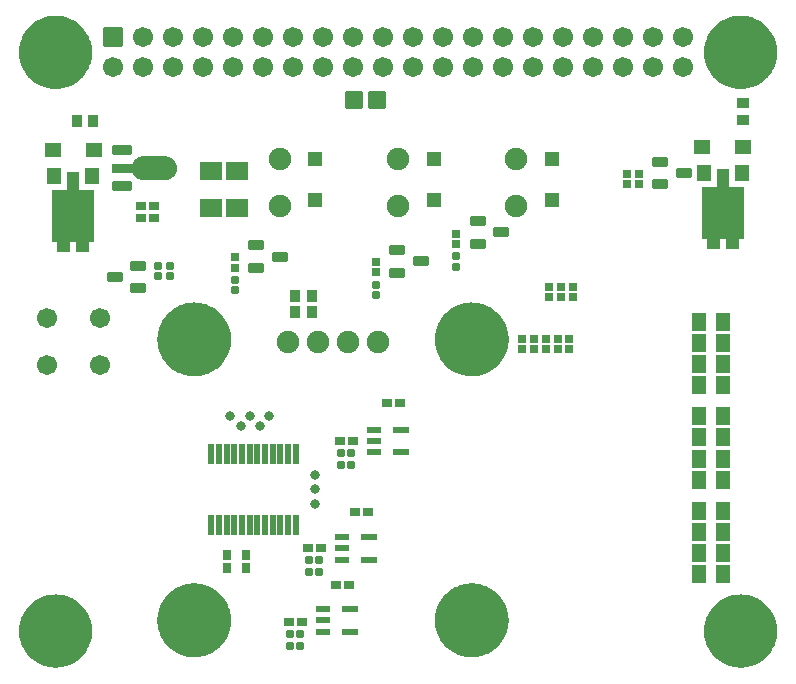
<source format=gbs>
G04 Layer: BottomSolderMaskLayer*
G04 EasyEDA v6.5.40, 2024-03-19 00:07:40*
G04 3cfb54e61b884618aacb5dd00d766781,92418ead495845dc98574c5a0a119f62,10*
G04 Gerber Generator version 0.2*
G04 Scale: 100 percent, Rotated: No, Reflected: No *
G04 Dimensions in millimeters *
G04 leading zeros omitted , absolute positions ,4 integer and 5 decimal *
%FSLAX45Y45*%
%MOMM*%

%AMMACRO1*1,1,$1,$2,$3*1,1,$1,$4,$5*1,1,$1,0-$2,0-$3*1,1,$1,0-$4,0-$5*20,1,$1,$2,$3,$4,$5,0*20,1,$1,$4,$5,0-$2,0-$3,0*20,1,$1,0-$2,0-$3,0-$4,0-$5,0*20,1,$1,0-$4,0-$5,$2,$3,0*4,1,4,$2,$3,$4,$5,0-$2,0-$3,0-$4,0-$5,$2,$3,0*%
%AMMACRO2*4,1,16,-1.35,-3.35,-1.35,-2.5502,-1.7501,-2.5499,-1.7501,1.8501,-0.5499,1.8501,-0.5499,3.35,0.5502,3.35,0.5502,1.8499,1.7501,1.8499,1.7501,-2.5499,1.35,-2.5502,1.35,-3.35,0.2499,-3.35,0.2499,-2.5502,-0.2499,-2.5502,-0.2499,-3.35,-1.35,-3.35,0*%
%AMMACRO3*4,1,16,-1.35,-3.3501,-1.35,-2.55,-1.7501,-2.55,-1.7501,1.85,-0.5499,1.85,-0.5499,3.3501,0.5502,3.3501,0.5502,1.85,1.7501,1.85,1.7501,-2.55,1.35,-2.55,1.35,-3.3501,0.2499,-3.3501,0.2499,-2.55,-0.2499,-2.55,-0.2499,-3.3501,-1.35,-3.3501,0*%
%ADD10R,0.6416X0.6673*%
%ADD11MACRO1,0.1016X0.2X0.825X-0.2X0.825*%
%ADD12MACRO1,0.1016X-0.5663X0.6885X-0.5663X-0.6885*%
%ADD13MACRO1,0.1016X0.5663X0.6885X0.5663X-0.6885*%
%ADD14MACRO2*%
%ADD15MACRO1,0.1X0.55X-0.65X0.55X0.65*%
%ADD16MACRO3*%
%ADD17C,1.7016*%
%ADD18MACRO1,0.1016X-0.8X-0.8X0.8X-0.8*%
%ADD19MACRO1,0.1016X-0.395X0.27X-0.395X-0.27*%
%ADD20MACRO1,0.1016X0.395X0.27X0.395X-0.27*%
%ADD21MACRO1,0.1016X-0.2828X0.27X-0.2828X-0.27*%
%ADD22MACRO1,0.1016X0.2828X0.27X0.2828X-0.27*%
%ADD23MACRO1,0.1016X0.2828X-0.27X0.2828X0.27*%
%ADD24MACRO1,0.1016X-0.2828X-0.27X-0.2828X0.27*%
%ADD25MACRO1,0.1016X0.5785X-0.245X0.5785X0.245*%
%ADD26MACRO1,0.1016X0.5875X-0.245X0.5875X0.245*%
%ADD27MACRO1,0.1016X-0.27X-0.395X0.27X-0.395*%
%ADD28MACRO1,0.1016X-0.27X0.395X0.27X0.395*%
%ADD29C,0.8382*%
%ADD30R,1.2516X1.3016*%
%ADD31MACRO1,0.1016X0.6X0.575X-0.6X0.575*%
%ADD32R,1.0016X0.9016*%
%ADD33MACRO1,0.1016X-0.4X-0.45X0.4X-0.45*%
%ADD34MACRO1,0.1016X-0.27X-0.2828X0.27X-0.2828*%
%ADD35MACRO1,0.1016X-0.27X0.2828X0.27X0.2828*%
%ADD36R,1.8296X1.5866*%
%ADD37MACRO1,0.1016X0.625X0.35X-0.625X0.35*%
%ADD38MACRO1,0.1016X-0.7875X-0.336X-0.7875X0.336*%
%ADD39MACRO1,0.1016X-0.625X-0.35X0.625X-0.35*%
%ADD40MACRO1,0.1016X0.705X-0.675X0.705X0.675*%
%ADD41MACRO1,0.1016X-0.705X-0.675X-0.705X0.675*%
%ADD42C,1.9016*%
%ADD43C,1.9000*%
%ADD44C,0.0159*%

%LPD*%
G36*
X350012Y5560009D02*
G01*
X334060Y5559602D01*
X318109Y5558332D01*
X302310Y5556300D01*
X286613Y5553456D01*
X271068Y5549747D01*
X255727Y5545328D01*
X240639Y5540044D01*
X225856Y5534050D01*
X211378Y5527294D01*
X197307Y5519775D01*
X183642Y5511546D01*
X170383Y5502656D01*
X157632Y5493054D01*
X145338Y5482844D01*
X133654Y5471972D01*
X122478Y5460542D01*
X111963Y5448554D01*
X102057Y5436057D01*
X92811Y5423052D01*
X84226Y5409590D01*
X76352Y5395671D01*
X69240Y5381396D01*
X62839Y5366766D01*
X57200Y5351830D01*
X54660Y5344261D01*
X50241Y5328920D01*
X46532Y5313375D01*
X43688Y5297678D01*
X41656Y5281879D01*
X40386Y5265928D01*
X39979Y5249976D01*
X40386Y5234025D01*
X41656Y5218125D01*
X43688Y5202275D01*
X46532Y5186578D01*
X50241Y5171033D01*
X54660Y5155692D01*
X59943Y5140655D01*
X65938Y5125872D01*
X72694Y5111394D01*
X80213Y5097322D01*
X88442Y5083606D01*
X97332Y5070348D01*
X106933Y5057597D01*
X117144Y5045354D01*
X128016Y5033619D01*
X139446Y5022494D01*
X151434Y5011928D01*
X163931Y5002022D01*
X176936Y4992776D01*
X190398Y4984242D01*
X197307Y4980178D01*
X211378Y4972710D01*
X225856Y4965954D01*
X233222Y4962804D01*
X248158Y4957216D01*
X263347Y4952339D01*
X278790Y4948275D01*
X294436Y4945024D01*
X310184Y4942535D01*
X326085Y4940909D01*
X342036Y4940096D01*
X357987Y4940096D01*
X373938Y4940909D01*
X389788Y4942535D01*
X405587Y4945024D01*
X421182Y4948275D01*
X436626Y4952339D01*
X451866Y4957216D01*
X466801Y4962804D01*
X481431Y4969205D01*
X495706Y4976368D01*
X509574Y4984242D01*
X523036Y4992776D01*
X536041Y5002022D01*
X548589Y5011928D01*
X560578Y5022494D01*
X572008Y5033619D01*
X582828Y5045354D01*
X593090Y5057597D01*
X602640Y5070348D01*
X611581Y5083606D01*
X619810Y5097322D01*
X627278Y5111394D01*
X630783Y5118557D01*
X637184Y5133187D01*
X642772Y5148122D01*
X647649Y5163362D01*
X651713Y5178806D01*
X654964Y5194401D01*
X657453Y5210200D01*
X659079Y5226050D01*
X659892Y5242001D01*
X659892Y5257952D01*
X659079Y5273903D01*
X657453Y5289804D01*
X654964Y5305552D01*
X651713Y5321198D01*
X647649Y5336641D01*
X642772Y5351830D01*
X637184Y5366766D01*
X630783Y5381396D01*
X623620Y5395671D01*
X619810Y5402681D01*
X611581Y5416346D01*
X602640Y5429605D01*
X593090Y5442356D01*
X582828Y5454650D01*
X572008Y5466334D01*
X560578Y5477510D01*
X548589Y5488025D01*
X536041Y5497931D01*
X529640Y5502656D01*
X516382Y5511546D01*
X502666Y5519775D01*
X488594Y5527294D01*
X474116Y5534050D01*
X459333Y5540044D01*
X444296Y5545328D01*
X428955Y5549747D01*
X413410Y5553456D01*
X397713Y5556300D01*
X381863Y5558332D01*
X365963Y5559602D01*
G37*
G36*
X6150000Y5560009D02*
G01*
X6134049Y5559602D01*
X6118098Y5558332D01*
X6102299Y5556300D01*
X6086602Y5553456D01*
X6071057Y5549747D01*
X6055715Y5545328D01*
X6040628Y5540044D01*
X6025845Y5534050D01*
X6011367Y5527294D01*
X5997295Y5519775D01*
X5983630Y5511546D01*
X5970371Y5502656D01*
X5957620Y5493054D01*
X5945327Y5482844D01*
X5933643Y5471972D01*
X5922467Y5460542D01*
X5911951Y5448554D01*
X5902045Y5436057D01*
X5892800Y5423052D01*
X5884214Y5409590D01*
X5876340Y5395671D01*
X5869228Y5381396D01*
X5862828Y5366766D01*
X5857189Y5351830D01*
X5854649Y5344261D01*
X5850229Y5328920D01*
X5846521Y5313375D01*
X5843676Y5297678D01*
X5841644Y5281879D01*
X5840374Y5265928D01*
X5839968Y5249976D01*
X5840374Y5234025D01*
X5841644Y5218125D01*
X5843676Y5202275D01*
X5846521Y5186578D01*
X5850229Y5171033D01*
X5854649Y5155692D01*
X5859932Y5140655D01*
X5865926Y5125872D01*
X5872683Y5111394D01*
X5880201Y5097322D01*
X5888431Y5083606D01*
X5897321Y5070348D01*
X5906922Y5057597D01*
X5917133Y5045354D01*
X5928004Y5033619D01*
X5939434Y5022494D01*
X5951423Y5011928D01*
X5963920Y5002022D01*
X5976924Y4992776D01*
X5990386Y4984242D01*
X5997295Y4980178D01*
X6011367Y4972710D01*
X6025845Y4965954D01*
X6033211Y4962804D01*
X6048146Y4957216D01*
X6063335Y4952339D01*
X6078778Y4948275D01*
X6094425Y4945024D01*
X6110173Y4942535D01*
X6126073Y4940909D01*
X6142024Y4940096D01*
X6157976Y4940096D01*
X6173927Y4940909D01*
X6189776Y4942535D01*
X6205575Y4945024D01*
X6221171Y4948275D01*
X6236614Y4952339D01*
X6251854Y4957216D01*
X6266789Y4962804D01*
X6281420Y4969205D01*
X6295694Y4976368D01*
X6309563Y4984242D01*
X6323025Y4992776D01*
X6336030Y5002022D01*
X6348577Y5011928D01*
X6360566Y5022494D01*
X6371996Y5033619D01*
X6382816Y5045354D01*
X6393078Y5057597D01*
X6402628Y5070348D01*
X6411569Y5083606D01*
X6419799Y5097322D01*
X6427266Y5111394D01*
X6430772Y5118557D01*
X6437172Y5133187D01*
X6442760Y5148122D01*
X6447637Y5163362D01*
X6451701Y5178806D01*
X6454952Y5194401D01*
X6457442Y5210200D01*
X6459067Y5226050D01*
X6459880Y5242001D01*
X6459880Y5257952D01*
X6459067Y5273903D01*
X6457442Y5289804D01*
X6454952Y5305552D01*
X6451701Y5321198D01*
X6447637Y5336641D01*
X6442760Y5351830D01*
X6437172Y5366766D01*
X6430772Y5381396D01*
X6423609Y5395671D01*
X6419799Y5402681D01*
X6411569Y5416346D01*
X6402628Y5429605D01*
X6393078Y5442356D01*
X6382816Y5454650D01*
X6371996Y5466334D01*
X6360566Y5477510D01*
X6348577Y5488025D01*
X6336030Y5497931D01*
X6329629Y5502656D01*
X6316370Y5511546D01*
X6302654Y5519775D01*
X6288582Y5527294D01*
X6274104Y5534050D01*
X6259322Y5540044D01*
X6244285Y5545328D01*
X6228943Y5549747D01*
X6213398Y5553456D01*
X6197701Y5556300D01*
X6181852Y5558332D01*
X6165951Y5559602D01*
G37*
G36*
X6150000Y659993D02*
G01*
X6134049Y659587D01*
X6118098Y658368D01*
X6110173Y657453D01*
X6094425Y654964D01*
X6078778Y651713D01*
X6063335Y647649D01*
X6048146Y642772D01*
X6033211Y637184D01*
X6018580Y630783D01*
X6004306Y623620D01*
X5997295Y619810D01*
X5983630Y611581D01*
X5970371Y602640D01*
X5957620Y593090D01*
X5945327Y582828D01*
X5933643Y572008D01*
X5922467Y560578D01*
X5911951Y548589D01*
X5902045Y536041D01*
X5897321Y529640D01*
X5888431Y516382D01*
X5880201Y502666D01*
X5872683Y488594D01*
X5865926Y474116D01*
X5859932Y459333D01*
X5854649Y444296D01*
X5850229Y428955D01*
X5846521Y413410D01*
X5843676Y397713D01*
X5841644Y381863D01*
X5840374Y365963D01*
X5839968Y350012D01*
X5840374Y334060D01*
X5841644Y318109D01*
X5843676Y302310D01*
X5846521Y286613D01*
X5850229Y271068D01*
X5854649Y255727D01*
X5859932Y240639D01*
X5865926Y225856D01*
X5872683Y211378D01*
X5880201Y197307D01*
X5888431Y183642D01*
X5897321Y170383D01*
X5906922Y157632D01*
X5917133Y145338D01*
X5928004Y133654D01*
X5939434Y122478D01*
X5951423Y111963D01*
X5963920Y102057D01*
X5976924Y92811D01*
X5990386Y84226D01*
X6004306Y76352D01*
X6018580Y69240D01*
X6033211Y62839D01*
X6048146Y57200D01*
X6055715Y54660D01*
X6071057Y50241D01*
X6086602Y46532D01*
X6102299Y43688D01*
X6118098Y41656D01*
X6134049Y40386D01*
X6150000Y39979D01*
X6165951Y40386D01*
X6181852Y41656D01*
X6197701Y43688D01*
X6213398Y46532D01*
X6228943Y50241D01*
X6244285Y54660D01*
X6259322Y59943D01*
X6274104Y65938D01*
X6288582Y72694D01*
X6302654Y80213D01*
X6316370Y88442D01*
X6329629Y97332D01*
X6342380Y106933D01*
X6354622Y117144D01*
X6366357Y128016D01*
X6377482Y139446D01*
X6388049Y151434D01*
X6397955Y163931D01*
X6407200Y176936D01*
X6415735Y190398D01*
X6419799Y197307D01*
X6427266Y211378D01*
X6434023Y225856D01*
X6437172Y233222D01*
X6442760Y248158D01*
X6447637Y263347D01*
X6451701Y278790D01*
X6454952Y294436D01*
X6457442Y310184D01*
X6459067Y326085D01*
X6459880Y342036D01*
X6459880Y357987D01*
X6459067Y373938D01*
X6457442Y389788D01*
X6454952Y405587D01*
X6451701Y421182D01*
X6447637Y436626D01*
X6442760Y451866D01*
X6437172Y466801D01*
X6430772Y481431D01*
X6423609Y495706D01*
X6415735Y509574D01*
X6407200Y523036D01*
X6397955Y536041D01*
X6388049Y548589D01*
X6377482Y560578D01*
X6366357Y572008D01*
X6354622Y582828D01*
X6342380Y593090D01*
X6329629Y602640D01*
X6316370Y611581D01*
X6302654Y619810D01*
X6288582Y627278D01*
X6281420Y630783D01*
X6266789Y637184D01*
X6251854Y642772D01*
X6236614Y647649D01*
X6221171Y651713D01*
X6205575Y654964D01*
X6189776Y657453D01*
X6173927Y659079D01*
X6157976Y659892D01*
G37*
G36*
X350012Y659993D02*
G01*
X334060Y659587D01*
X318109Y658368D01*
X310184Y657453D01*
X294436Y654964D01*
X278790Y651713D01*
X263347Y647649D01*
X248158Y642772D01*
X233222Y637184D01*
X218592Y630783D01*
X204317Y623620D01*
X197307Y619810D01*
X183642Y611581D01*
X170383Y602640D01*
X157632Y593090D01*
X145338Y582828D01*
X133654Y572008D01*
X122478Y560578D01*
X111963Y548589D01*
X102057Y536041D01*
X97332Y529640D01*
X88442Y516382D01*
X80213Y502666D01*
X72694Y488594D01*
X65938Y474116D01*
X59943Y459333D01*
X54660Y444296D01*
X50241Y428955D01*
X46532Y413410D01*
X43688Y397713D01*
X41656Y381863D01*
X40386Y365963D01*
X39979Y350012D01*
X40386Y334060D01*
X41656Y318109D01*
X43688Y302310D01*
X46532Y286613D01*
X50241Y271068D01*
X54660Y255727D01*
X59943Y240639D01*
X65938Y225856D01*
X72694Y211378D01*
X80213Y197307D01*
X88442Y183642D01*
X97332Y170383D01*
X106933Y157632D01*
X117144Y145338D01*
X128016Y133654D01*
X139446Y122478D01*
X151434Y111963D01*
X163931Y102057D01*
X176936Y92811D01*
X190398Y84226D01*
X204317Y76352D01*
X218592Y69240D01*
X233222Y62839D01*
X248158Y57200D01*
X255727Y54660D01*
X271068Y50241D01*
X286613Y46532D01*
X302310Y43688D01*
X318109Y41656D01*
X334060Y40386D01*
X350012Y39979D01*
X365963Y40386D01*
X381863Y41656D01*
X397713Y43688D01*
X413410Y46532D01*
X428955Y50241D01*
X444296Y54660D01*
X459333Y59943D01*
X474116Y65938D01*
X488594Y72694D01*
X502666Y80213D01*
X516382Y88442D01*
X529640Y97332D01*
X542391Y106933D01*
X554634Y117144D01*
X566369Y128016D01*
X577494Y139446D01*
X588060Y151434D01*
X597966Y163931D01*
X607212Y176936D01*
X615746Y190398D01*
X619810Y197307D01*
X627278Y211378D01*
X634034Y225856D01*
X637184Y233222D01*
X642772Y248158D01*
X647649Y263347D01*
X651713Y278790D01*
X654964Y294436D01*
X657453Y310184D01*
X659079Y326085D01*
X659892Y342036D01*
X659892Y357987D01*
X659079Y373938D01*
X657453Y389788D01*
X654964Y405587D01*
X651713Y421182D01*
X647649Y436626D01*
X642772Y451866D01*
X637184Y466801D01*
X630783Y481431D01*
X623620Y495706D01*
X615746Y509574D01*
X607212Y523036D01*
X597966Y536041D01*
X588060Y548589D01*
X577494Y560578D01*
X566369Y572008D01*
X554634Y582828D01*
X542391Y593090D01*
X529640Y602640D01*
X516382Y611581D01*
X502666Y619810D01*
X488594Y627278D01*
X481431Y630783D01*
X466801Y637184D01*
X451866Y642772D01*
X436626Y647649D01*
X421182Y651713D01*
X405587Y654964D01*
X389788Y657453D01*
X373938Y659079D01*
X357987Y659892D01*
G37*
G36*
X1519986Y3132074D02*
G01*
X1504035Y3131464D01*
X1488135Y3130042D01*
X1472336Y3127806D01*
X1456639Y3124758D01*
X1441145Y3120898D01*
X1433474Y3118713D01*
X1418285Y3113684D01*
X1403400Y3107893D01*
X1388821Y3101390D01*
X1374597Y3094126D01*
X1360779Y3086100D01*
X1354023Y3081883D01*
X1340866Y3072841D01*
X1328166Y3063138D01*
X1315974Y3052826D01*
X1304290Y3041904D01*
X1293215Y3030423D01*
X1282750Y3018332D01*
X1272895Y3005785D01*
X1263700Y2992729D01*
X1255217Y2979166D01*
X1247394Y2965246D01*
X1240332Y2950921D01*
X1237030Y2943656D01*
X1231087Y2928823D01*
X1225854Y2913735D01*
X1221435Y2898394D01*
X1217828Y2882849D01*
X1214983Y2867152D01*
X1212951Y2851302D01*
X1211681Y2835351D01*
X1211275Y2819400D01*
X1211681Y2803448D01*
X1212951Y2787497D01*
X1214983Y2771648D01*
X1217828Y2755950D01*
X1219504Y2748127D01*
X1223568Y2732684D01*
X1228394Y2717444D01*
X1233982Y2702509D01*
X1240332Y2687828D01*
X1247394Y2673553D01*
X1255217Y2659583D01*
X1263700Y2646070D01*
X1272895Y2633014D01*
X1282750Y2620467D01*
X1293215Y2608376D01*
X1304290Y2596896D01*
X1315974Y2585923D01*
X1328166Y2575610D01*
X1334414Y2570683D01*
X1347368Y2561336D01*
X1360779Y2552649D01*
X1374597Y2544673D01*
X1388821Y2537409D01*
X1403400Y2530906D01*
X1418285Y2525115D01*
X1425854Y2522474D01*
X1441145Y2517851D01*
X1456639Y2514041D01*
X1472336Y2510993D01*
X1488135Y2508758D01*
X1504035Y2507335D01*
X1519986Y2506726D01*
X1535988Y2506929D01*
X1551889Y2507945D01*
X1567789Y2509774D01*
X1583537Y2512415D01*
X1599133Y2515870D01*
X1606854Y2517851D01*
X1622145Y2522474D01*
X1637182Y2527909D01*
X1651914Y2534056D01*
X1666290Y2540965D01*
X1680362Y2548585D01*
X1693976Y2556916D01*
X1707134Y2565958D01*
X1713585Y2570683D01*
X1726031Y2580690D01*
X1737918Y2591358D01*
X1749298Y2602534D01*
X1760067Y2614371D01*
X1770227Y2626664D01*
X1779778Y2639517D01*
X1788617Y2652776D01*
X1796796Y2666492D01*
X1804212Y2680665D01*
X1810969Y2695143D01*
X1816912Y2709926D01*
X1822145Y2725064D01*
X1826564Y2740406D01*
X1828495Y2748127D01*
X1831695Y2763774D01*
X1834134Y2779572D01*
X1835759Y2795473D01*
X1836572Y2811424D01*
X1836572Y2827375D01*
X1835759Y2843326D01*
X1834134Y2859227D01*
X1831695Y2875026D01*
X1828495Y2890621D01*
X1824431Y2906115D01*
X1822145Y2913735D01*
X1816912Y2928823D01*
X1810969Y2943656D01*
X1804212Y2958134D01*
X1796796Y2972257D01*
X1788617Y2986024D01*
X1779778Y2999282D01*
X1770227Y3012135D01*
X1760067Y3024428D01*
X1754784Y3030423D01*
X1743710Y3041904D01*
X1732025Y3052826D01*
X1719834Y3063138D01*
X1707134Y3072841D01*
X1693976Y3081883D01*
X1680362Y3090214D01*
X1666290Y3097834D01*
X1651914Y3104743D01*
X1637182Y3110890D01*
X1622145Y3116275D01*
X1614525Y3118713D01*
X1599133Y3122930D01*
X1583537Y3126384D01*
X1567789Y3129026D01*
X1551889Y3130854D01*
X1535988Y3131870D01*
G37*
G36*
X3869486Y3132074D02*
G01*
X3853535Y3131464D01*
X3837635Y3130042D01*
X3821836Y3127806D01*
X3806139Y3124758D01*
X3790645Y3120898D01*
X3782974Y3118713D01*
X3767785Y3113684D01*
X3752900Y3107893D01*
X3738321Y3101390D01*
X3724097Y3094126D01*
X3710279Y3086100D01*
X3703523Y3081883D01*
X3690315Y3072841D01*
X3677615Y3063138D01*
X3665423Y3052826D01*
X3653790Y3041904D01*
X3642715Y3030423D01*
X3632250Y3018332D01*
X3622395Y3005785D01*
X3613200Y2992729D01*
X3604717Y2979166D01*
X3596894Y2965246D01*
X3589832Y2950921D01*
X3586530Y2943656D01*
X3580587Y2928823D01*
X3575354Y2913735D01*
X3570935Y2898394D01*
X3567277Y2882849D01*
X3564432Y2867152D01*
X3562400Y2851302D01*
X3561181Y2835351D01*
X3560775Y2819400D01*
X3561181Y2803448D01*
X3562400Y2787497D01*
X3564432Y2771648D01*
X3567277Y2755950D01*
X3570935Y2740406D01*
X3575354Y2725064D01*
X3580587Y2709926D01*
X3586530Y2695143D01*
X3593287Y2680665D01*
X3600704Y2666492D01*
X3608882Y2652776D01*
X3617722Y2639517D01*
X3627221Y2626664D01*
X3637432Y2614371D01*
X3648201Y2602534D01*
X3659530Y2591358D01*
X3671468Y2580690D01*
X3683914Y2570683D01*
X3696868Y2561336D01*
X3710279Y2552649D01*
X3724097Y2544673D01*
X3738321Y2537409D01*
X3752900Y2530906D01*
X3767785Y2525115D01*
X3775354Y2522474D01*
X3790645Y2517851D01*
X3806139Y2514041D01*
X3821836Y2510993D01*
X3837635Y2508758D01*
X3853535Y2507335D01*
X3869486Y2506726D01*
X3885488Y2506929D01*
X3901389Y2507945D01*
X3917289Y2509774D01*
X3933037Y2512415D01*
X3948633Y2515870D01*
X3956354Y2517851D01*
X3971645Y2522474D01*
X3986682Y2527909D01*
X4001414Y2534056D01*
X4015790Y2540965D01*
X4029862Y2548585D01*
X4043476Y2556916D01*
X4056634Y2565958D01*
X4069334Y2575610D01*
X4081526Y2585923D01*
X4093210Y2596896D01*
X4104284Y2608376D01*
X4114749Y2620467D01*
X4124604Y2633014D01*
X4133748Y2646070D01*
X4142282Y2659583D01*
X4150106Y2673553D01*
X4157167Y2687828D01*
X4163517Y2702509D01*
X4169105Y2717444D01*
X4173931Y2732684D01*
X4177944Y2748127D01*
X4181195Y2763774D01*
X4183634Y2779572D01*
X4185259Y2795473D01*
X4186072Y2811424D01*
X4186072Y2827375D01*
X4185259Y2843326D01*
X4183634Y2859227D01*
X4181195Y2875026D01*
X4177944Y2890621D01*
X4176064Y2898394D01*
X4171594Y2913735D01*
X4166412Y2928823D01*
X4160418Y2943656D01*
X4153712Y2958134D01*
X4146296Y2972257D01*
X4138117Y2986024D01*
X4129278Y2999282D01*
X4119727Y3012135D01*
X4109567Y3024428D01*
X4104284Y3030423D01*
X4093210Y3041904D01*
X4081526Y3052826D01*
X4069334Y3063138D01*
X4056634Y3072841D01*
X4043476Y3081883D01*
X4029862Y3090214D01*
X4015790Y3097834D01*
X4001414Y3104743D01*
X3986682Y3110890D01*
X3971645Y3116275D01*
X3964025Y3118713D01*
X3948633Y3122930D01*
X3933037Y3126384D01*
X3917289Y3129026D01*
X3901389Y3130854D01*
X3885488Y3131870D01*
G37*
G36*
X1519986Y753668D02*
G01*
X1504035Y753059D01*
X1488135Y751636D01*
X1472336Y749401D01*
X1456639Y746353D01*
X1441145Y742543D01*
X1425854Y737920D01*
X1410817Y732485D01*
X1396085Y726338D01*
X1381658Y719429D01*
X1367637Y711809D01*
X1354023Y703478D01*
X1340866Y694436D01*
X1334414Y689711D01*
X1321968Y679704D01*
X1310081Y669036D01*
X1298702Y657860D01*
X1287932Y646023D01*
X1277772Y633730D01*
X1268222Y620877D01*
X1259382Y607618D01*
X1251204Y593902D01*
X1243787Y579729D01*
X1237030Y565251D01*
X1231087Y550468D01*
X1225854Y535330D01*
X1221435Y519988D01*
X1219504Y512267D01*
X1216304Y496620D01*
X1213866Y480822D01*
X1212240Y464921D01*
X1211376Y448970D01*
X1211376Y433019D01*
X1212240Y417068D01*
X1213866Y401167D01*
X1216304Y385368D01*
X1219504Y369773D01*
X1223568Y354279D01*
X1225854Y346659D01*
X1231087Y331571D01*
X1237030Y316738D01*
X1243787Y302260D01*
X1251204Y288137D01*
X1259382Y274370D01*
X1268222Y261112D01*
X1277772Y248259D01*
X1287932Y235966D01*
X1293215Y229971D01*
X1304290Y218490D01*
X1315974Y207568D01*
X1328166Y197256D01*
X1340866Y187553D01*
X1354023Y178511D01*
X1367637Y170180D01*
X1381658Y162560D01*
X1396085Y155651D01*
X1410817Y149504D01*
X1425854Y144119D01*
X1433474Y141681D01*
X1448866Y137464D01*
X1464462Y134010D01*
X1480210Y131368D01*
X1496060Y129539D01*
X1512011Y128524D01*
X1528013Y128320D01*
X1543964Y128930D01*
X1559864Y130352D01*
X1575663Y132588D01*
X1591360Y135636D01*
X1606854Y139496D01*
X1614525Y141681D01*
X1629714Y146710D01*
X1644599Y152501D01*
X1659178Y159004D01*
X1673402Y166268D01*
X1687220Y174294D01*
X1693976Y178511D01*
X1707134Y187553D01*
X1719834Y197256D01*
X1732025Y207568D01*
X1743710Y218490D01*
X1754784Y229971D01*
X1765249Y242062D01*
X1775104Y254609D01*
X1784299Y267665D01*
X1792782Y281228D01*
X1800606Y295148D01*
X1807667Y309473D01*
X1810969Y316738D01*
X1816912Y331571D01*
X1822145Y346659D01*
X1826564Y362000D01*
X1830171Y377545D01*
X1833016Y393242D01*
X1835048Y409092D01*
X1836267Y425043D01*
X1836674Y440994D01*
X1836267Y456946D01*
X1835048Y472897D01*
X1833016Y488746D01*
X1830171Y504443D01*
X1828495Y512267D01*
X1824431Y527710D01*
X1819605Y542950D01*
X1814017Y557885D01*
X1807667Y572566D01*
X1800606Y586841D01*
X1792782Y600811D01*
X1784299Y614324D01*
X1775104Y627380D01*
X1765249Y639927D01*
X1754784Y652018D01*
X1743710Y663498D01*
X1732025Y674471D01*
X1719834Y684784D01*
X1713585Y689711D01*
X1700631Y699058D01*
X1687220Y707745D01*
X1673402Y715721D01*
X1659178Y722985D01*
X1644599Y729488D01*
X1629714Y735279D01*
X1622145Y737920D01*
X1606854Y742543D01*
X1591360Y746353D01*
X1575663Y749401D01*
X1559864Y751636D01*
X1543964Y753059D01*
X1528013Y753668D01*
G37*
G36*
X3869486Y753668D02*
G01*
X3853535Y753059D01*
X3837635Y751636D01*
X3821836Y749401D01*
X3806139Y746353D01*
X3790645Y742543D01*
X3775354Y737920D01*
X3760317Y732485D01*
X3745585Y726338D01*
X3731158Y719429D01*
X3717137Y711809D01*
X3703523Y703478D01*
X3690315Y694436D01*
X3677615Y684784D01*
X3665423Y674471D01*
X3653790Y663498D01*
X3642715Y652018D01*
X3632250Y639927D01*
X3622395Y627380D01*
X3613200Y614324D01*
X3604717Y600811D01*
X3596894Y586841D01*
X3589832Y572566D01*
X3583482Y557885D01*
X3577894Y542950D01*
X3573068Y527710D01*
X3569004Y512267D01*
X3565753Y496620D01*
X3563315Y480822D01*
X3561689Y464921D01*
X3560876Y448970D01*
X3560876Y433019D01*
X3561689Y417068D01*
X3563315Y401167D01*
X3565753Y385368D01*
X3569004Y369773D01*
X3573068Y354279D01*
X3575354Y346659D01*
X3580587Y331571D01*
X3586530Y316738D01*
X3593287Y302260D01*
X3600704Y288137D01*
X3608882Y274370D01*
X3617722Y261112D01*
X3627221Y248259D01*
X3637432Y235966D01*
X3642715Y229971D01*
X3653790Y218490D01*
X3665423Y207568D01*
X3677615Y197256D01*
X3690315Y187553D01*
X3703523Y178511D01*
X3717137Y170180D01*
X3731158Y162560D01*
X3745585Y155651D01*
X3760317Y149504D01*
X3775354Y144119D01*
X3782974Y141681D01*
X3798366Y137464D01*
X3813962Y134010D01*
X3829710Y131368D01*
X3845560Y129539D01*
X3861511Y128524D01*
X3877462Y128320D01*
X3893464Y128930D01*
X3909364Y130352D01*
X3925163Y132588D01*
X3940860Y135636D01*
X3956354Y139496D01*
X3964025Y141681D01*
X3979214Y146710D01*
X3994099Y152501D01*
X4008628Y159004D01*
X4022851Y166268D01*
X4036720Y174294D01*
X4043476Y178511D01*
X4056634Y187553D01*
X4069334Y197256D01*
X4081526Y207568D01*
X4093210Y218490D01*
X4104284Y229971D01*
X4114749Y242062D01*
X4124604Y254609D01*
X4133748Y267665D01*
X4142282Y281228D01*
X4150106Y295148D01*
X4157167Y309473D01*
X4163517Y324104D01*
X4169105Y339090D01*
X4173931Y354279D01*
X4176064Y362000D01*
X4179671Y377545D01*
X4182516Y393242D01*
X4184548Y409092D01*
X4185767Y425043D01*
X4186174Y440994D01*
X4185767Y456946D01*
X4184548Y472897D01*
X4182516Y488746D01*
X4179671Y504443D01*
X4176064Y519988D01*
X4171594Y535330D01*
X4166412Y550468D01*
X4160418Y565251D01*
X4153712Y579729D01*
X4146296Y593902D01*
X4138117Y607618D01*
X4129278Y620877D01*
X4119727Y633730D01*
X4109567Y646023D01*
X4098798Y657860D01*
X4087418Y669036D01*
X4075531Y679704D01*
X4063034Y689711D01*
X4050131Y699058D01*
X4036720Y707745D01*
X4022851Y715721D01*
X4008628Y722985D01*
X3994099Y729488D01*
X3979214Y735279D01*
X3971645Y737920D01*
X3956354Y742543D01*
X3940860Y746353D01*
X3925163Y749401D01*
X3909364Y751636D01*
X3893464Y753059D01*
X3877462Y753668D01*
G37*
D10*
G01*
X4299991Y2736722D03*
G01*
X4299991Y2823286D03*
G01*
X4399991Y2736722D03*
G01*
X4399991Y2823286D03*
G01*
X4499990Y2736722D03*
G01*
X4499990Y2823286D03*
G01*
X4599990Y2736722D03*
G01*
X4599990Y2823286D03*
G01*
X4529988Y3176701D03*
G01*
X4529988Y3263264D03*
G01*
X4629988Y3176701D03*
G01*
X4629988Y3263264D03*
G01*
X4729988Y3176701D03*
G01*
X4729988Y3263264D03*
D11*
G01*
X2057496Y1247739D03*
G01*
X2122495Y1247736D03*
G01*
X2187493Y1247736D03*
G01*
X2252492Y1247736D03*
G01*
X2317490Y1247736D03*
G01*
X2382489Y1247736D03*
G01*
X1992497Y1247736D03*
G01*
X1667504Y1247736D03*
G01*
X1732503Y1247736D03*
G01*
X1797502Y1247736D03*
G01*
X1862500Y1247736D03*
G01*
X1927499Y1247736D03*
G01*
X2122495Y1852256D03*
G01*
X2187493Y1852256D03*
G01*
X2252492Y1852256D03*
G01*
X2317490Y1852256D03*
G01*
X2382489Y1852256D03*
G01*
X2057496Y1852256D03*
G01*
X1667504Y1852256D03*
G01*
X1732503Y1852256D03*
G01*
X1797502Y1852256D03*
G01*
X1862500Y1852256D03*
G01*
X1927499Y1852256D03*
G01*
X1992497Y1852254D03*
D12*
G01*
X5999993Y2969994D03*
D13*
G01*
X5799983Y2969994D03*
D12*
G01*
X5999993Y829998D03*
D13*
G01*
X5799983Y829998D03*
D12*
G01*
X5999993Y1009997D03*
D13*
G01*
X5799983Y1009997D03*
D12*
G01*
X5999993Y1189997D03*
D13*
G01*
X5799983Y1189997D03*
D12*
G01*
X5999993Y1369997D03*
D13*
G01*
X5799983Y1369997D03*
D12*
G01*
X5999993Y1629996D03*
D13*
G01*
X5799983Y1629996D03*
D12*
G01*
X5999993Y1809996D03*
D13*
G01*
X5799983Y1809996D03*
D12*
G01*
X5999993Y1989996D03*
D13*
G01*
X5799983Y1989996D03*
D12*
G01*
X5999993Y2169995D03*
D13*
G01*
X5799983Y2169995D03*
D12*
G01*
X5999993Y2429995D03*
D13*
G01*
X5799983Y2429995D03*
D12*
G01*
X5999993Y2609994D03*
D13*
G01*
X5799983Y2609994D03*
D12*
G01*
X5999993Y2789994D03*
D13*
G01*
X5799983Y2789994D03*
D14*
G01*
X5999987Y3922496D03*
D15*
G01*
X6159987Y4227499D03*
G01*
X5839984Y4227499D03*
D16*
G01*
X499998Y3897490D03*
D15*
G01*
X659998Y4202498D03*
G01*
X339995Y4202498D03*
D17*
G01*
X5663006Y5122976D03*
G01*
X5663006Y5376976D03*
G01*
X5409006Y5122976D03*
G01*
X5409006Y5376976D03*
G01*
X5155006Y5122976D03*
G01*
X5155006Y5376976D03*
G01*
X4901006Y5122976D03*
G01*
X4901006Y5376976D03*
G01*
X4647006Y5122976D03*
G01*
X4647006Y5376976D03*
G01*
X4393006Y5122976D03*
G01*
X4393006Y5376976D03*
G01*
X4139006Y5122976D03*
G01*
X4139006Y5376976D03*
G01*
X3885006Y5122976D03*
G01*
X3885006Y5376976D03*
G01*
X3631006Y5122976D03*
G01*
X3631006Y5376976D03*
G01*
X3377006Y5122976D03*
G01*
X3377006Y5376976D03*
G01*
X3123006Y5122976D03*
G01*
X3123006Y5376976D03*
G01*
X2869006Y5122976D03*
G01*
X2869006Y5376976D03*
G01*
X2615006Y5122976D03*
G01*
X2615006Y5376976D03*
G01*
X2361006Y5122976D03*
G01*
X2361006Y5376976D03*
G01*
X2107006Y5122976D03*
G01*
X2107006Y5376976D03*
G01*
X1853006Y5122976D03*
G01*
X1853006Y5376976D03*
G01*
X1599006Y5122976D03*
G01*
X1599006Y5376976D03*
G01*
X1345006Y5122976D03*
G01*
X1345006Y5376976D03*
G01*
X1091006Y5122976D03*
G01*
X1091006Y5376976D03*
G01*
X837006Y5122976D03*
D18*
G01*
X836993Y5376989D03*
D10*
G01*
X4699990Y2736722D03*
G01*
X4699990Y2823286D03*
D19*
G01*
X2864500Y1959996D03*
D20*
G01*
X2755488Y1959996D03*
D21*
G01*
X2423278Y324998D03*
D22*
G01*
X2336712Y324998D03*
D23*
G01*
X2336712Y224998D03*
D24*
G01*
X2423278Y224998D03*
D25*
G01*
X2614627Y345003D03*
G01*
X2614627Y439999D03*
G01*
X2614627Y534995D03*
D26*
G01*
X2845361Y534995D03*
G01*
X2845361Y345003D03*
D19*
G01*
X2594500Y1049997D03*
D20*
G01*
X2485489Y1049997D03*
D21*
G01*
X2583277Y949998D03*
D22*
G01*
X2496712Y949998D03*
D23*
G01*
X2496709Y850000D03*
D24*
G01*
X2583275Y850000D03*
D25*
G01*
X2774624Y955006D03*
G01*
X2774624Y1050002D03*
G01*
X2774624Y1144998D03*
D26*
G01*
X3005358Y1144998D03*
G01*
X3005358Y955006D03*
D27*
G01*
X1959996Y994503D03*
D28*
G01*
X1959996Y885492D03*
D27*
G01*
X1799996Y994503D03*
D28*
G01*
X1799996Y885492D03*
D29*
G01*
X2550007Y1429994D03*
G01*
X2550007Y1549984D03*
G01*
X2550007Y1669973D03*
G01*
X2159990Y2169972D03*
G01*
X2079980Y2089962D03*
G01*
X1999995Y2169972D03*
G01*
X1919986Y2089988D03*
G01*
X1829993Y2169972D03*
D30*
G01*
X2550007Y4001490D03*
G01*
X2550007Y4348479D03*
G01*
X3550005Y4001490D03*
G01*
X3550005Y4348479D03*
G01*
X4550003Y4001490D03*
G01*
X4550003Y4348479D03*
D31*
G01*
X5826492Y4449991D03*
G01*
X6173483Y4449991D03*
G01*
X326503Y4424989D03*
G01*
X673494Y4424989D03*
D32*
G01*
X6169990Y4680000D03*
G01*
X6169990Y4819980D03*
D33*
G01*
X669998Y4669990D03*
G01*
X529998Y4669990D03*
D19*
G01*
X2434501Y424997D03*
D20*
G01*
X2325489Y424997D03*
D34*
G01*
X1869996Y3323276D03*
D35*
G01*
X1869996Y3236710D03*
D10*
G01*
X1869998Y3426713D03*
G01*
X1869998Y3513277D03*
D34*
G01*
X3059993Y3283276D03*
D35*
G01*
X3059993Y3196710D03*
D10*
G01*
X3059988Y3386709D03*
G01*
X3059988Y3473272D03*
D21*
G01*
X2853277Y1859996D03*
D22*
G01*
X2766711Y1859996D03*
D23*
G01*
X2766711Y1759996D03*
D24*
G01*
X2853277Y1759996D03*
D34*
G01*
X3739992Y3523275D03*
D35*
G01*
X3739992Y3436710D03*
D10*
G01*
X3739997Y3626713D03*
G01*
X3739997Y3713276D03*
D36*
G01*
X1669999Y3930751D03*
G01*
X1669999Y4249242D03*
G01*
X1889988Y3930751D03*
G01*
X1889988Y4249242D03*
D33*
G01*
X2519994Y3049993D03*
G01*
X2379995Y3049993D03*
G01*
X2519994Y3189993D03*
G01*
X2379995Y3189993D03*
D19*
G01*
X1179504Y3949992D03*
D20*
G01*
X1070493Y3949992D03*
D19*
G01*
X1179504Y3849992D03*
D20*
G01*
X1070493Y3849992D03*
D19*
G01*
X2994499Y1359997D03*
D20*
G01*
X2885488Y1359997D03*
D19*
G01*
X2834500Y739998D03*
D20*
G01*
X2725488Y739998D03*
D19*
G01*
X3264499Y2279995D03*
D20*
G01*
X3155487Y2279995D03*
D37*
G01*
X2049995Y3424996D03*
G01*
X2049995Y3614987D03*
G01*
X2249995Y3519991D03*
G01*
X3239993Y3384997D03*
G01*
X3239993Y3574987D03*
G01*
X3439993Y3479991D03*
G01*
X3924993Y3629995D03*
G01*
X3924993Y3819986D03*
G01*
X4124993Y3724990D03*
D25*
G01*
X3044626Y1865000D03*
G01*
X3044626Y1959996D03*
G01*
X3044626Y2054992D03*
D26*
G01*
X3275360Y2054992D03*
G01*
X3275360Y1865000D03*
D38*
G01*
X914366Y4120004D03*
G01*
X914366Y4420003D03*
G36*
X1092860Y4169968D02*
G01*
X1088212Y4170070D01*
X1083513Y4170400D01*
X1078864Y4170959D01*
X1074242Y4171721D01*
X1069670Y4172686D01*
X1065123Y4173905D01*
X1060678Y4175328D01*
X1056259Y4176928D01*
X1051940Y4178731D01*
X1047699Y4180763D01*
X1043584Y4182998D01*
X1039545Y4185386D01*
X1035634Y4187977D01*
X1031875Y4190745D01*
X1028242Y4193717D01*
X1024712Y4196816D01*
X1021359Y4200093D01*
X1018159Y4203522D01*
X1015136Y4207103D01*
X1012266Y4210812D01*
X1009599Y4214647D01*
X1007084Y4218635D01*
X1004798Y4222699D01*
X1002411Y4227321D01*
X1001369Y4231970D01*
X830605Y4231970D01*
X830605Y4307967D01*
X1001369Y4307967D01*
X1002411Y4312640D01*
X1004798Y4317237D01*
X1007084Y4321327D01*
X1009599Y4325289D01*
X1012266Y4329125D01*
X1015136Y4332859D01*
X1018159Y4336414D01*
X1021359Y4339869D01*
X1024712Y4343120D01*
X1028242Y4346244D01*
X1031875Y4349191D01*
X1035634Y4351959D01*
X1039545Y4354576D01*
X1043584Y4356963D01*
X1047699Y4359198D01*
X1051966Y4361205D01*
X1056259Y4363008D01*
X1060678Y4364634D01*
X1065148Y4366031D01*
X1069670Y4367225D01*
X1074242Y4368241D01*
X1078864Y4368977D01*
X1083513Y4369536D01*
X1088212Y4369866D01*
X1092860Y4369968D01*
X1278381Y4369968D01*
X1283004Y4369866D01*
X1287703Y4369536D01*
X1292352Y4368977D01*
X1296974Y4368241D01*
X1301546Y4367225D01*
X1306068Y4366031D01*
X1310538Y4364634D01*
X1314957Y4363008D01*
X1319250Y4361205D01*
X1323517Y4359198D01*
X1327632Y4356963D01*
X1331671Y4354576D01*
X1335582Y4351959D01*
X1339342Y4349191D01*
X1342999Y4346244D01*
X1346504Y4343120D01*
X1349857Y4339869D01*
X1353057Y4336414D01*
X1356080Y4332859D01*
X1358950Y4329125D01*
X1361617Y4325289D01*
X1364132Y4321327D01*
X1366418Y4317237D01*
X1368552Y4313072D01*
X1370507Y4308779D01*
X1372209Y4304411D01*
X1373708Y4299991D01*
X1375003Y4295470D01*
X1376121Y4290898D01*
X1376959Y4286300D01*
X1377645Y4281678D01*
X1378051Y4277004D01*
X1378305Y4272330D01*
X1378305Y4267606D01*
X1378051Y4262932D01*
X1377645Y4258284D01*
X1376959Y4253636D01*
X1376121Y4249038D01*
X1375003Y4244441D01*
X1373708Y4239971D01*
X1372209Y4235551D01*
X1370507Y4231182D01*
X1368577Y4226890D01*
X1366418Y4222699D01*
X1364132Y4218635D01*
X1361617Y4214647D01*
X1358950Y4210812D01*
X1356080Y4207103D01*
X1353057Y4203522D01*
X1349857Y4200093D01*
X1346504Y4196816D01*
X1342999Y4193717D01*
X1339342Y4190745D01*
X1335582Y4187977D01*
X1331671Y4185386D01*
X1327632Y4182998D01*
X1323517Y4180763D01*
X1319276Y4178731D01*
X1314957Y4176928D01*
X1310538Y4175328D01*
X1306093Y4173905D01*
X1301546Y4172686D01*
X1296974Y4171721D01*
X1292352Y4170959D01*
X1287703Y4170400D01*
X1283004Y4170070D01*
X1278381Y4169968D01*
G37*
D10*
G01*
X5189981Y4136720D03*
G01*
X5189981Y4223283D03*
G01*
X5289981Y4136720D03*
G01*
X5289981Y4223283D03*
D34*
G01*
X1319997Y3443276D03*
D35*
G01*
X1319997Y3356710D03*
D34*
G01*
X1219997Y3443276D03*
D35*
G01*
X1219997Y3356710D03*
D37*
G01*
X5469991Y4134998D03*
G01*
X5469991Y4324988D03*
G01*
X5669991Y4229992D03*
D39*
G01*
X1049997Y3444989D03*
G01*
X1049997Y3254998D03*
G01*
X849998Y3349994D03*
D40*
G01*
X2874992Y4849990D03*
D41*
G01*
X3074997Y4849990D03*
D17*
G01*
X724992Y2999994D03*
G01*
X275005Y2999994D03*
G01*
X724992Y2599994D03*
G01*
X275005Y2599994D03*
D42*
G01*
X2250008Y4349978D03*
G01*
X2250008Y3949979D03*
G01*
X3250006Y4349978D03*
G01*
X3250006Y3949979D03*
G01*
X4250004Y4349978D03*
G01*
X4250004Y3949979D03*
D43*
G01*
X2318994Y2799969D03*
G01*
X2572994Y2799969D03*
G01*
X2826994Y2799969D03*
G01*
X3080994Y2799969D03*
M02*

</source>
